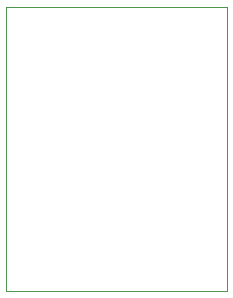
<source format=gbr>
%TF.GenerationSoftware,KiCad,Pcbnew,8.0.2-8.0.2-0~ubuntu22.04.1*%
%TF.CreationDate,2024-06-02T15:46:05+09:00*%
%TF.ProjectId,TB6211_ver2,54423632-3131-45f7-9665-72322e6b6963,rev?*%
%TF.SameCoordinates,Original*%
%TF.FileFunction,Profile,NP*%
%FSLAX46Y46*%
G04 Gerber Fmt 4.6, Leading zero omitted, Abs format (unit mm)*
G04 Created by KiCad (PCBNEW 8.0.2-8.0.2-0~ubuntu22.04.1) date 2024-06-02 15:46:05*
%MOMM*%
%LPD*%
G01*
G04 APERTURE LIST*
%TA.AperFunction,Profile*%
%ADD10C,0.050000*%
%TD*%
G04 APERTURE END LIST*
D10*
X119750000Y-71000000D02*
X138500000Y-71000000D01*
X138500000Y-95000000D01*
X119750000Y-95000000D01*
X119750000Y-71000000D01*
M02*

</source>
